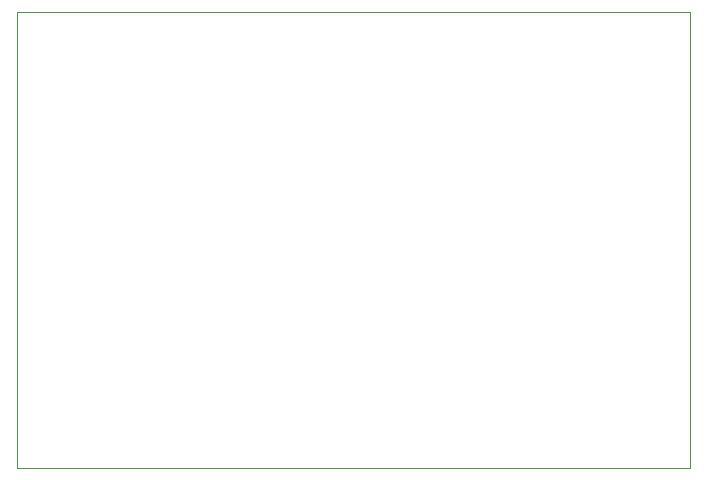
<source format=gm1>
G04 #@! TF.GenerationSoftware,KiCad,Pcbnew,7.0.2-0*
G04 #@! TF.CreationDate,2023-04-30T22:25:47-07:00*
G04 #@! TF.ProjectId,babelfish,62616265-6c66-4697-9368-2e6b69636164,REV1*
G04 #@! TF.SameCoordinates,Original*
G04 #@! TF.FileFunction,Profile,NP*
%FSLAX46Y46*%
G04 Gerber Fmt 4.6, Leading zero omitted, Abs format (unit mm)*
G04 Created by KiCad (PCBNEW 7.0.2-0) date 2023-04-30 22:25:47*
%MOMM*%
%LPD*%
G01*
G04 APERTURE LIST*
G04 #@! TA.AperFunction,Profile*
%ADD10C,0.050000*%
G04 #@! TD*
G04 APERTURE END LIST*
D10*
X82000000Y-69350000D02*
X139000000Y-69350000D01*
X139000000Y-108000000D01*
X82000000Y-108000000D01*
X82000000Y-69350000D01*
M02*

</source>
